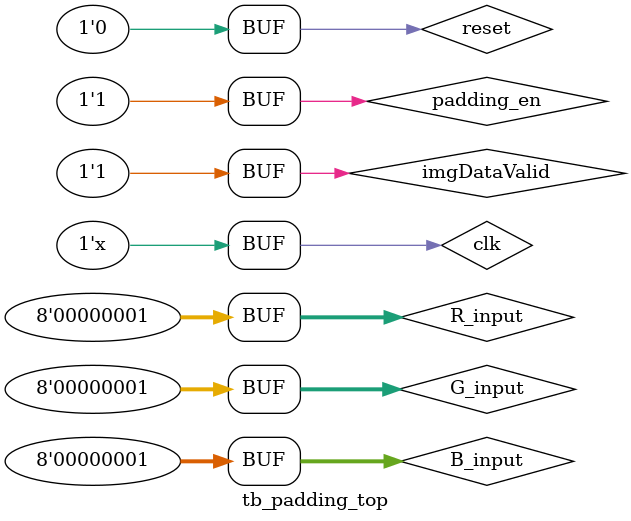
<source format=v>
`timescale 1ns / 1ps


`timescale 1ns/1ps

module tb_padding_top ();

    reg clk;
    reg reset;
    reg padding_en;
    reg imgDataValid;

    reg [7:0] R_input;
    reg [7:0] G_input;
    reg [7:0] B_input;

    wire intr;

    wire [3343:0] R_row0; //418x8=3344
    wire [3343:0] G_row0;
    wire [3343:0] B_row0;
    wire [3343:0] R_row1; //418x8=3344
    wire [3343:0] G_row1;
    wire [3343:0] B_row1;
    wire [3343:0] R_row2; //418x8=3344
    wire [3343:0] G_row2;
    wire [3343:0] B_row2;
    
    padding padding(
                .clk(clk),
                .reset(reset),
                .padding_en(padding_en),
                .imgDataValid(imgDataValid),

                .R_input(R_input),
                .G_input(G_input),
                .B_input(B_input),

                .intr(intr),

                .R_row0(R_row0), //418x8=3344
                .G_row0(G_row0),
                .B_row0(B_row0),
                 
                .R_row1(R_row1), //418x8=3344
                .G_row1(G_row1),
                .B_row1(B_row1),
                
                .R_row2(R_row2), //418x8=3344
                .G_row2(G_row2),
                .B_row2(B_row2)

);





    initial begin

        clk = 0;
        reset = 0;
        padding_en = 0;
        reset = 1; 
        imgDataValid = 1;
        #10

        reset = 0; 
        #5
        R_input = 8'd1; //
        G_input = 8'd1;
        B_input = 8'd1;
        padding_en = 1;
   
        #10
        R_input = 8'd1; //
        G_input = 8'd1;
        B_input = 8'd1;

        #10
        R_input = 8'd1; //
        G_input = 8'd1;
        B_input = 8'd1;
    
        #10
        R_input = 8'd1; //0000_1111_0000
        G_input = 8'd1;
        B_input = 8'd1;

        #10
        R_input = 8'd1; //0000_1111_0000
        G_input = 8'd1;
        B_input = 8'd1;
        //wait_en = 1;


        #10
        R_input = 8'd1; //0000_1111_0000
        G_input = 8'd1;
        B_input = 8'd1;

        #10
        R_input = 8'd1; //0000_1111_0000
        G_input = 8'd1;
        B_input = 8'd1;


    end

    // Clock generation
    always #5 clk = ~clk; // 10ns clock period (100 MHz)

endmodule
</source>
